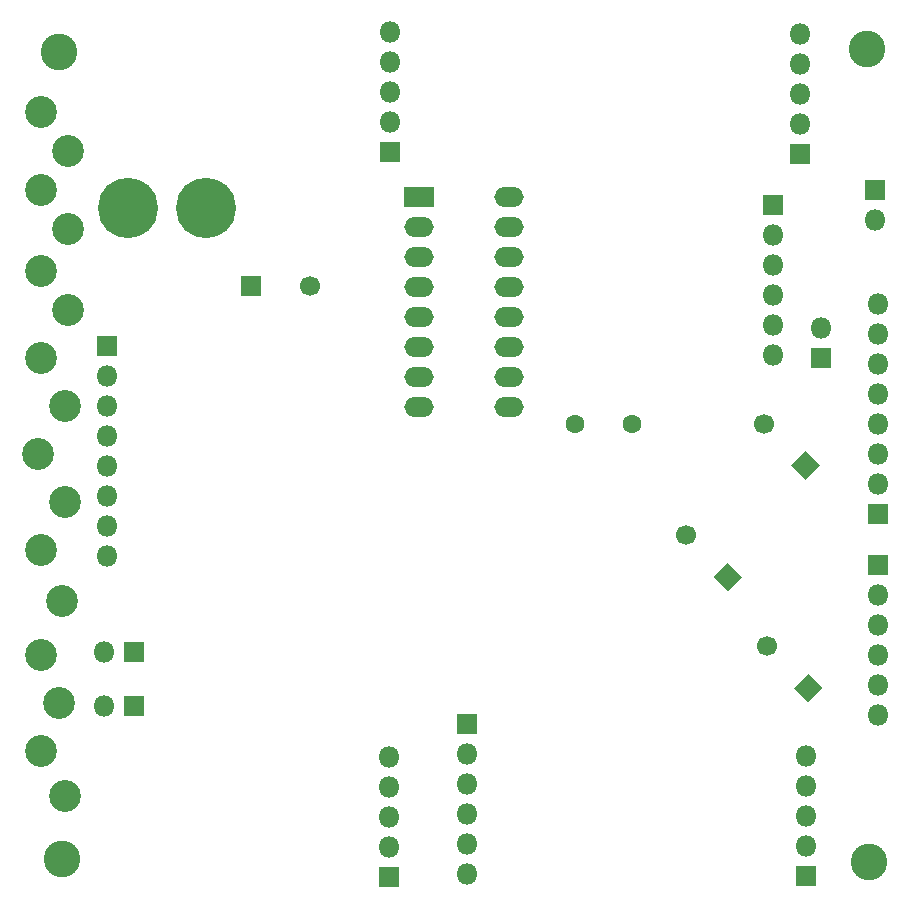
<source format=gbs>
G04 #@! TF.GenerationSoftware,KiCad,Pcbnew,(5.1.6-0-10_14)*
G04 #@! TF.CreationDate,2022-02-17T20:51:05-06:00*
G04 #@! TF.ProjectId,opto_isolator_with_micr,6f70746f-5f69-4736-9f6c-61746f725f77,rev?*
G04 #@! TF.SameCoordinates,Original*
G04 #@! TF.FileFunction,Soldermask,Bot*
G04 #@! TF.FilePolarity,Negative*
%FSLAX46Y46*%
G04 Gerber Fmt 4.6, Leading zero omitted, Abs format (unit mm)*
G04 Created by KiCad (PCBNEW (5.1.6-0-10_14)) date 2022-02-17 20:51:05*
%MOMM*%
%LPD*%
G01*
G04 APERTURE LIST*
%ADD10C,2.700000*%
%ADD11C,3.100000*%
%ADD12R,1.800000X1.800000*%
%ADD13O,1.800000X1.800000*%
%ADD14R,2.500000X1.700000*%
%ADD15O,2.500000X1.700000*%
%ADD16C,1.600000*%
%ADD17C,1.700000*%
%ADD18C,0.100000*%
%ADD19R,1.700000X1.700000*%
%ADD20C,5.100000*%
G04 APERTURE END LIST*
D10*
X135890000Y-119888000D03*
D11*
X204470000Y-133350000D03*
X136144000Y-133096000D03*
X204292200Y-64566800D03*
X135890000Y-64770000D03*
D12*
X170434000Y-121666000D03*
D13*
X170434000Y-124206000D03*
X170434000Y-126746000D03*
X170434000Y-129286000D03*
X170434000Y-131826000D03*
X170434000Y-134366000D03*
D12*
X200406000Y-90678000D03*
D13*
X200406000Y-88138000D03*
D12*
X205232000Y-108204000D03*
D13*
X205232000Y-110744000D03*
X205232000Y-113284000D03*
X205232000Y-115824000D03*
X205232000Y-118364000D03*
X205232000Y-120904000D03*
X139700000Y-120142000D03*
D12*
X142240000Y-120142000D03*
D13*
X196342000Y-90424000D03*
X196342000Y-87884000D03*
X196342000Y-85344000D03*
X196342000Y-82804000D03*
X196342000Y-80264000D03*
D12*
X196342000Y-77724000D03*
D13*
X139700000Y-115570000D03*
D12*
X142240000Y-115570000D03*
X139954000Y-89662000D03*
D13*
X139954000Y-92202000D03*
X139954000Y-94742000D03*
X139954000Y-97282000D03*
X139954000Y-99822000D03*
X139954000Y-102362000D03*
X139954000Y-104902000D03*
X139954000Y-107442000D03*
D12*
X204978000Y-76454000D03*
D13*
X204978000Y-78994000D03*
D12*
X163830000Y-134620000D03*
D13*
X163830000Y-132080000D03*
X163830000Y-129540000D03*
X163830000Y-127000000D03*
X163830000Y-124460000D03*
X163957000Y-63093600D03*
X163957000Y-65633600D03*
X163957000Y-68173600D03*
X163957000Y-70713600D03*
D12*
X163957000Y-73253600D03*
X198678800Y-73456800D03*
D13*
X198678800Y-70916800D03*
X198678800Y-68376800D03*
X198678800Y-65836800D03*
X198678800Y-63296800D03*
X199161400Y-124383800D03*
X199161400Y-126923800D03*
X199161400Y-129463800D03*
X199161400Y-132003800D03*
D12*
X199161400Y-134543800D03*
D14*
X166395400Y-77089000D03*
D15*
X174015400Y-94869000D03*
X166395400Y-79629000D03*
X174015400Y-92329000D03*
X166395400Y-82169000D03*
X174015400Y-89789000D03*
X166395400Y-84709000D03*
X174015400Y-87249000D03*
X166395400Y-87249000D03*
X174015400Y-84709000D03*
X166395400Y-89789000D03*
X174015400Y-82169000D03*
X166395400Y-92329000D03*
X174015400Y-79629000D03*
X166395400Y-94869000D03*
X174015400Y-77089000D03*
D16*
X179578000Y-96266000D03*
X184458000Y-96266000D03*
D12*
X205232000Y-103886000D03*
D13*
X205232000Y-101346000D03*
X205232000Y-98806000D03*
X205232000Y-96266000D03*
X205232000Y-93726000D03*
X205232000Y-91186000D03*
X205232000Y-88646000D03*
X205232000Y-86106000D03*
D17*
X188996466Y-105684466D03*
D18*
G36*
X193734082Y-109220000D02*
G01*
X192532000Y-110422082D01*
X191329918Y-109220000D01*
X192532000Y-108017918D01*
X193734082Y-109220000D01*
G37*
D17*
X157146000Y-84582000D03*
D19*
X152146000Y-84582000D03*
D18*
G36*
X200571616Y-118618000D02*
G01*
X199369534Y-119820082D01*
X198167452Y-118618000D01*
X199369534Y-117415918D01*
X200571616Y-118618000D01*
G37*
D17*
X195834000Y-115082466D03*
D18*
G36*
X200338082Y-99801534D02*
G01*
X199136000Y-101003616D01*
X197933918Y-99801534D01*
X199136000Y-98599452D01*
X200338082Y-99801534D01*
G37*
D17*
X195600466Y-96266000D03*
D10*
X136652000Y-79756000D03*
X136652000Y-73152000D03*
X136652000Y-86614000D03*
X136144000Y-111252000D03*
X136398000Y-94742000D03*
X136398000Y-127762000D03*
X136398000Y-102870000D03*
X134366000Y-69850000D03*
X134366000Y-83312000D03*
X134366000Y-123952000D03*
X134366000Y-76454000D03*
X134112000Y-98806000D03*
X134366000Y-115824000D03*
X134366000Y-106934000D03*
X134366000Y-90678000D03*
D20*
X141732000Y-77978000D03*
X148336000Y-77978000D03*
M02*

</source>
